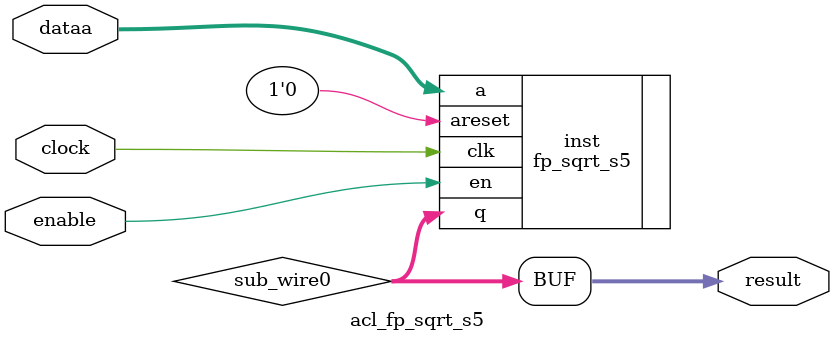
<source format=v>
`timescale 1 ps / 1 ps
module acl_fp_sqrt_s5 (
	enable,
	clock,
	dataa,
	result);

	input	  enable;
	input	  clock;
	input	[31:0]  dataa;
	output	[31:0]  result;

	wire [31:0] sub_wire0;
	wire [31:0] result = sub_wire0[31:0];

	fp_sqrt_s5	inst(
				.clk(clock),
        .en(enable),
				.areset(1'b0),
				.a (dataa),
				.q (sub_wire0));

endmodule

</source>
